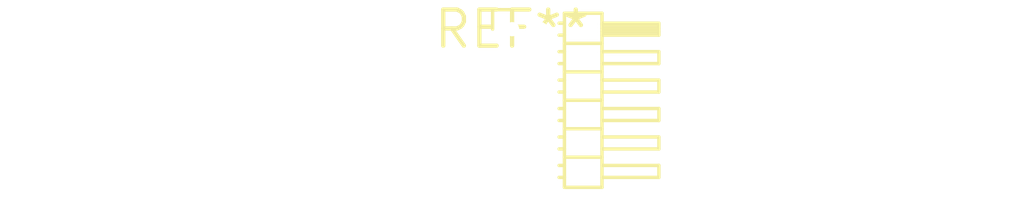
<source format=kicad_pcb>
(kicad_pcb (version 20240108) (generator pcbnew)
  (layers (0 "F.Cu" signal) (31 "B.Cu" signal) (34 "B.Paste" user) (35 "F.Paste" user) (36 "B.SilkS" user "B.Silkscreen") (37 "F.SilkS" user "F.Silkscreen") (38 "B.Mask" user) (39 "F.Mask" user) (44 "Edge.Cuts" user))
  (net 0 "")
  (footprint "PinHeader_2x06_P1.00mm_Horizontal" (layer "F.Cu") (at 0 0)
    (property "Reference" "REF**")
    (property "Value" "PinHeader_2x06_P1.00mm_Horizontal")
    (fp_line (start -0.685 -0.685) (end 0 -0.685) (layer "F.SilkS") (stroke (width 0.12)))
    (fp_line (start -0.685 0) (end -0.685 -0.685) (layer "F.SilkS") (stroke (width 0.12)))
    (fp_line (start 1.652016 -0.21) (end 1.84 -0.21) (layer "F.SilkS") (stroke (width 0.12)))
    (fp_line (start 1.652016 0.21) (end 1.84 0.21) (layer "F.SilkS") (stroke (width 0.12)))
    (fp_line (start 1.652016 0.79) (end 1.84 0.79) (layer "F.SilkS") (stroke (width 0.12)))
    (fp_line (start 1.652016 1.21) (end 1.84 1.21) (layer "F.SilkS") (stroke (width 0.12)))
    (fp_line (start 1.652016 1.79) (end 1.84 1.79) (layer "F.SilkS") (stroke (width 0.12)))
    (fp_line (start 1.652016 2.21) (end 1.84 2.21) (layer "F.SilkS") (stroke (width 0.12)))
    (fp_line (start 1.652016 2.79) (end 1.84 2.79) (layer "F.SilkS") (stroke (width 0.12)))
    (fp_line (start 1.652016 3.21) (end 1.84 3.21) (layer "F.SilkS") (stroke (width 0.12)))
    (fp_line (start 1.652016 3.79) (end 1.84 3.79) (layer "F.SilkS") (stroke (width 0.12)))
    (fp_line (start 1.652016 4.21) (end 1.84 4.21) (layer "F.SilkS") (stroke (width 0.12)))
    (fp_line (start 1.652016 4.79) (end 1.84 4.79) (layer "F.SilkS") (stroke (width 0.12)))
    (fp_line (start 1.652016 5.21) (end 1.84 5.21) (layer "F.SilkS") (stroke (width 0.12)))
    (fp_line (start 1.84 -0.56) (end 1.84 5.56) (layer "F.SilkS") (stroke (width 0.12)))
    (fp_line (start 1.84 0.5) (end 3.16 0.5) (layer "F.SilkS") (stroke (width 0.12)))
    (fp_line (start 1.84 1.5) (end 3.16 1.5) (layer "F.SilkS") (stroke (width 0.12)))
    (fp_line (start 1.84 2.5) (end 3.16 2.5) (layer "F.SilkS") (stroke (width 0.12)))
    (fp_line (start 1.84 3.5) (end 3.16 3.5) (layer "F.SilkS") (stroke (width 0.12)))
    (fp_line (start 1.84 4.5) (end 3.16 4.5) (layer "F.SilkS") (stroke (width 0.12)))
    (fp_line (start 1.84 5.56) (end 3.16 5.56) (layer "F.SilkS") (stroke (width 0.12)))
    (fp_line (start 3.16 -0.56) (end 1.84 -0.56) (layer "F.SilkS") (stroke (width 0.12)))
    (fp_line (start 3.16 -0.21) (end 5.16 -0.21) (layer "F.SilkS") (stroke (width 0.12)))
    (fp_line (start 3.16 -0.15) (end 5.16 -0.15) (layer "F.SilkS") (stroke (width 0.12)))
    (fp_line (start 3.16 -0.03) (end 5.16 -0.03) (layer "F.SilkS") (stroke (width 0.12)))
    (fp_line (start 3.16 0.09) (end 5.16 0.09) (layer "F.SilkS") (stroke (width 0.12)))
    (fp_line (start 3.16 0.79) (end 5.16 0.79) (layer "F.SilkS") (stroke (width 0.12)))
    (fp_line (start 3.16 1.79) (end 5.16 1.79) (layer "F.SilkS") (stroke (width 0.12)))
    (fp_line (start 3.16 2.79) (end 5.16 2.79) (layer "F.SilkS") (stroke (width 0.12)))
    (fp_line (start 3.16 3.79) (end 5.16 3.79) (layer "F.SilkS") (stroke (width 0.12)))
    (fp_line (start 3.16 4.79) (end 5.16 4.79) (layer "F.SilkS") (stroke (width 0.12)))
    (fp_line (start 3.16 5.56) (end 3.16 -0.56) (layer "F.SilkS") (stroke (width 0.12)))
    (fp_line (start 5.16 -0.21) (end 5.16 0.21) (layer "F.SilkS") (stroke (width 0.12)))
    (fp_line (start 5.16 0.21) (end 3.16 0.21) (layer "F.SilkS") (stroke (width 0.12)))
    (fp_line (start 5.16 0.79) (end 5.16 1.21) (layer "F.SilkS") (stroke (width 0.12)))
    (fp_line (start 5.16 1.21) (end 3.16 1.21) (layer "F.SilkS") (stroke (width 0.12)))
    (fp_line (start 5.16 1.79) (end 5.16 2.21) (layer "F.SilkS") (stroke (width 0.12)))
    (fp_line (start 5.16 2.21) (end 3.16 2.21) (layer "F.SilkS") (stroke (width 0.12)))
    (fp_line (start 5.16 2.79) (end 5.16 3.21) (layer "F.SilkS") (stroke (width 0.12)))
    (fp_line (start 5.16 3.21) (end 3.16 3.21) (layer "F.SilkS") (stroke (width 0.12)))
    (fp_line (start 5.16 3.79) (end 5.16 4.21) (layer "F.SilkS") (stroke (width 0.12)))
    (fp_line (start 5.16 4.21) (end 3.16 4.21) (layer "F.SilkS") (stroke (width 0.12)))
    (fp_line (start 5.16 4.79) (end 5.16 5.21) (layer "F.SilkS") (stroke (width 0.12)))
    (fp_line (start 5.16 5.21) (end 3.16 5.21) (layer "F.SilkS") (stroke (width 0.12)))
    (pad "1" thru_hole rect (at 0 0) (size 0.85 0.85) (drill 0.5) (layers *.Cu *.Mask) (remove_unused_layers))
    (pad "2" thru_hole oval (at 1 0) (size 0.85 0.85) (drill 0.5) (layers *.Cu *.Mask) (remove_unused_layers))
    (pad "3" thru_hole oval (at 0 1) (size 0.85 0.85) (drill 0.5) (layers *.Cu *.Mask) (remove_unused_layers))
    (pad "4" thru_hole oval (at 1 1) (size 0.85 0.85) (drill 0.5) (layers *.Cu *.Mask) (remove_unused_layers))
    (pad "5" thru_hole oval (at 0 2) (size 0.85 0.85) (drill 0.5) (layers *.Cu *.Mask) (remove_unused_layers))
    (pad "6" thru_hole oval (at 1 2) (size 0.85 0.85) (drill 0.5) (layers *.Cu *.Mask) (remove_unused_layers))
    (pad "7" thru_hole oval (at 0 3) (size 0.85 0.85) (drill 0.5) (layers *.Cu *.Mask) (remove_unused_layers))
    (pad "8" thru_hole oval (at 1 3) (size 0.85 0.85) (drill 0.5) (layers *.Cu *.Mask) (remove_unused_layers))
    (pad "9" thru_hole oval (at 0 4) (size 0.85 0.85) (drill 0.5) (layers *.Cu *.Mask) (remove_unused_layers))
    (pad "10" thru_hole oval (at 1 4) (size 0.85 0.85) (drill 0.5) (layers *.Cu *.Mask) (remove_unused_layers))
    (pad "11" thru_hole oval (at 0 5) (size 0.85 0.85) (drill 0.5) (layers *.Cu *.Mask) (remove_unused_layers))
    (pad "12" thru_hole oval (at 1 5) (size 0.85 0.85) (drill 0.5) (layers *.Cu *.Mask) (remove_unused_layers))
  )
)
</source>
